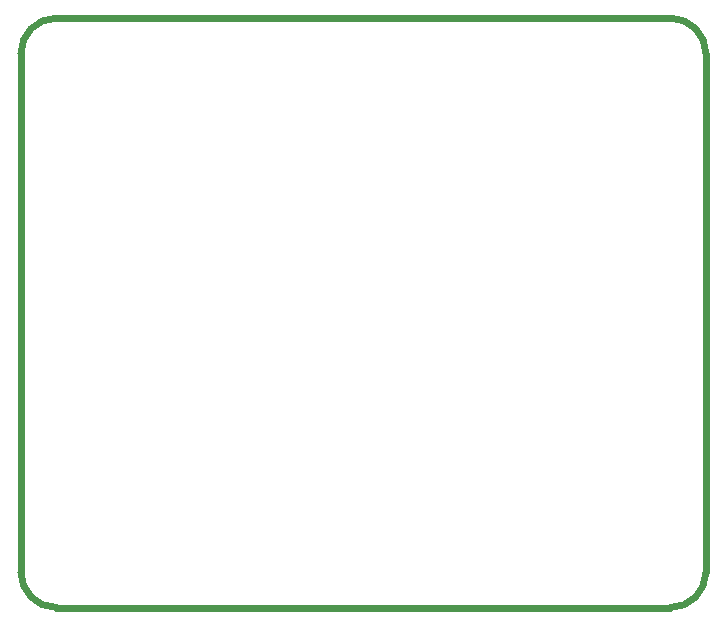
<source format=gm1>
G04 #@! TF.GenerationSoftware,KiCad,Pcbnew,8.0.9-1.fc41*
G04 #@! TF.CreationDate,2025-06-25T22:37:00-07:00*
G04 #@! TF.ProjectId,rp2040_custom_devboard,72703230-3430-45f6-9375-73746f6d5f64,rev?*
G04 #@! TF.SameCoordinates,Original*
G04 #@! TF.FileFunction,Profile,NP*
%FSLAX46Y46*%
G04 Gerber Fmt 4.6, Leading zero omitted, Abs format (unit mm)*
G04 Created by KiCad (PCBNEW 8.0.9-1.fc41) date 2025-06-25 22:37:00*
%MOMM*%
%LPD*%
G01*
G04 APERTURE LIST*
G04 #@! TA.AperFunction,Profile*
%ADD10C,0.600000*%
G04 #@! TD*
G04 APERTURE END LIST*
D10*
X169000000Y-81100000D02*
G75*
G02*
X172000000Y-84100000I0J-3000000D01*
G01*
X117000000Y-131000000D02*
G75*
G02*
X114000000Y-128000000I0J3000000D01*
G01*
X114000000Y-128000000D02*
X114000000Y-84100000D01*
X169000000Y-131000000D02*
X117000000Y-131000000D01*
X117000000Y-81100000D02*
X169000000Y-81100000D01*
X172000000Y-84100000D02*
X172000000Y-128000000D01*
X172000000Y-128000000D02*
G75*
G02*
X169000000Y-131000000I-3000000J0D01*
G01*
X114000000Y-84100000D02*
G75*
G02*
X117000000Y-81100000I3000000J0D01*
G01*
M02*

</source>
